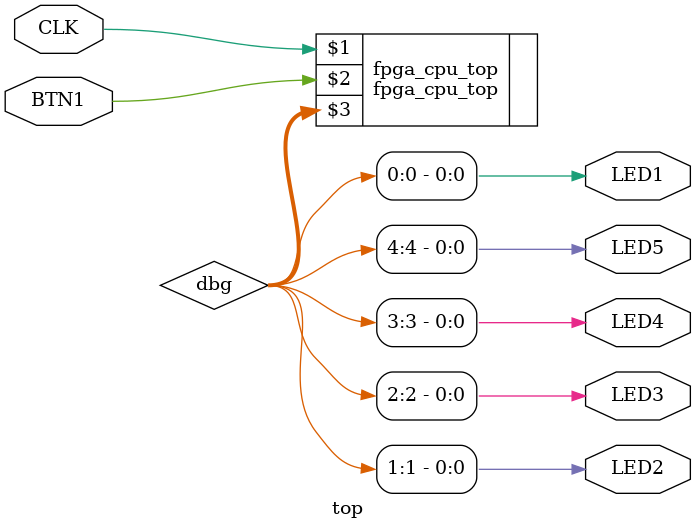
<source format=v>
module top (
    BTN1,
    CLK,
    LED1,
    LED2,
    LED3,
    LED4,
    LED5
);
  input BTN1, CLK;
  output LED1, LED2, LED3, LED4, LED5;

  wire [31:0] dbg;
  fpga_cpu_top fpga_cpu_top (
      CLK,
      BTN1,
      dbg
  );

  assign {LED5, LED4, LED3, LED2, LED1} = dbg[4:0];
endmodule

</source>
